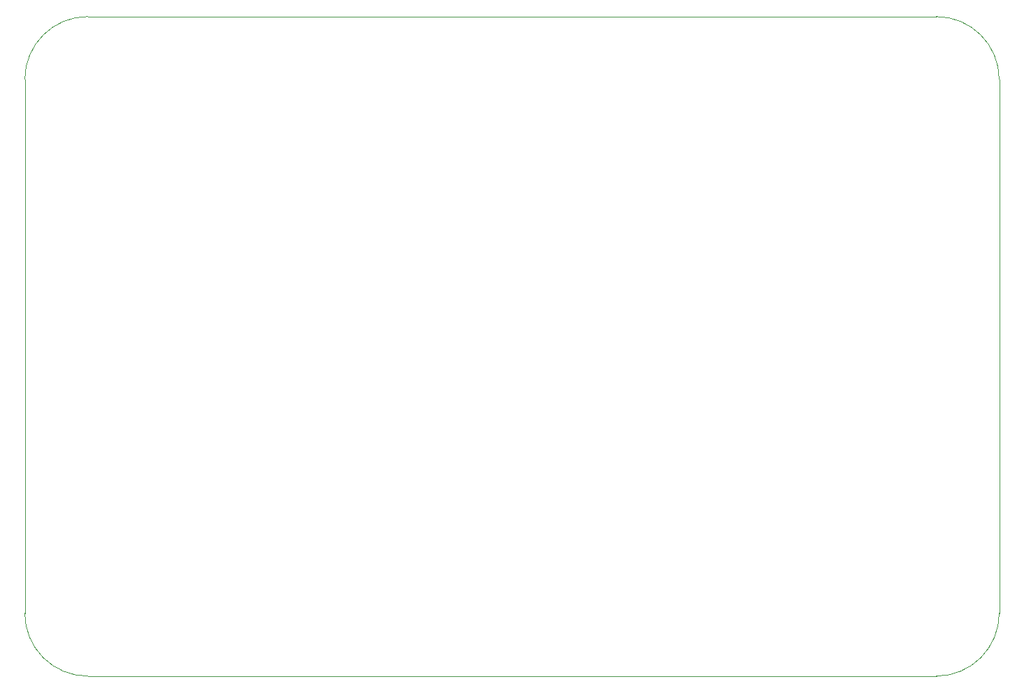
<source format=gbr>
%TF.GenerationSoftware,KiCad,Pcbnew,(5.1.8)-1*%
%TF.CreationDate,2021-01-20T16:15:24-05:00*%
%TF.ProjectId,Switch_Panel,53776974-6368-45f5-9061-6e656c2e6b69,rev?*%
%TF.SameCoordinates,Original*%
%TF.FileFunction,Profile,NP*%
%FSLAX46Y46*%
G04 Gerber Fmt 4.6, Leading zero omitted, Abs format (unit mm)*
G04 Created by KiCad (PCBNEW (5.1.8)-1) date 2021-01-20 16:15:24*
%MOMM*%
%LPD*%
G01*
G04 APERTURE LIST*
%TA.AperFunction,Profile*%
%ADD10C,0.100000*%
%TD*%
G04 APERTURE END LIST*
D10*
X147320000Y-86360000D02*
X147320000Y-21590000D01*
X36830000Y-93980000D02*
X139700000Y-93980000D01*
X29210000Y-21590000D02*
X29210000Y-86360000D01*
X139700000Y-13970000D02*
X36830000Y-13970000D01*
X139700000Y-13970000D02*
G75*
G02*
X147320000Y-21590000I0J-7620000D01*
G01*
X147320000Y-86360000D02*
G75*
G02*
X139700000Y-93980000I-7620000J0D01*
G01*
X36830000Y-93980000D02*
G75*
G02*
X29210000Y-86360000I0J7620000D01*
G01*
X29210000Y-21590000D02*
G75*
G02*
X36830000Y-13970000I7620000J0D01*
G01*
M02*

</source>
